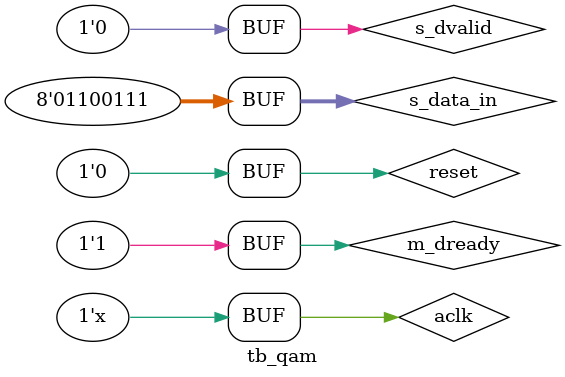
<source format=v>
`timescale 1ns / 1ps


module tb_qam;

	// Inputs
	reg aclk;
	reg reset;
	reg [7:0] s_data_in;       //!!!!!!
	reg s_dvalid;
	reg m_dready;

	// Outputs
	wire s_dready;
	wire [31:0] m_data_out;
	wire m_dvalid;
	wire m_dlast;
	wire [9:0] m_symbol_index;
	wire fft_valid;
	wire [3:0] delay_c;
	wire [15:0] carry_over;
	wire [5:0] co_count;
	wire [8:0] load_count;
	wire load_check;
	

	// Instantiate the Unit Under Test (UUT)//
	qam_mapper #(.B(8)) uut (
		.aclk(aclk), 
		.reset(reset), 
		.s_data_in(s_data_in), 
		.s_dvalid(s_dvalid), 
		.s_dready(s_dready), 
		.m_data_out(m_data_out), 
		.m_dready(m_dready), 
		.m_dvalid(m_dvalid), 
		.m_dlast(m_dlast), 
		.m_symbol_index(m_symbol_index), //!!
		.fft_valid(fft_valid),
		.delay_c(delay_c),
		.carry_over(carry_over),
		.co_count(co_count),
		.load_count(load_count),
		.load_check(load_check)
		
	);

	always #5 aclk = ~aclk;

	initial begin
		// Initialize Inputs
		aclk = 0;
		reset = 1;
		s_data_in = 0;
		s_dvalid = 0;
		m_dready = 0;

		// Wait 100 ns for global reset to finish
		#50;
		reset = 0;
		#50;
		
		m_dready = 1;
		
		s_data_in = 8'h01;
		s_dvalid = 1;
		#10;
		//s_dvalid =0;
		
		#30;
		s_data_in = 8'h23;
		s_dvalid = 1;
		#10;
		//s_dvalid =0;

		#30;
		s_data_in = 8'h45;
		s_dvalid = 1;
		#10;
		s_dvalid =0;

		#30;
		s_data_in = 8'h67;
		s_dvalid = 1;
		#10;
		s_dvalid =0;		
		
		#40
		#30;
		s_data_in = 8'h01;
		s_dvalid = 1;
		#10;
		s_dvalid =0;	
		
		#30;
		s_data_in = 8'h23;
		s_dvalid = 1;
		#10;
		s_dvalid =0;	
		
		#30;
		s_data_in = 8'h45;
		s_dvalid = 1;
		#10;
		s_dvalid =0;	
		
		#30;
		s_data_in = 8'h67;
		s_dvalid = 1;
		#10;
		s_dvalid =0;	
		
		
        
		// Add stimulus here

	end
      
endmodule


</source>
